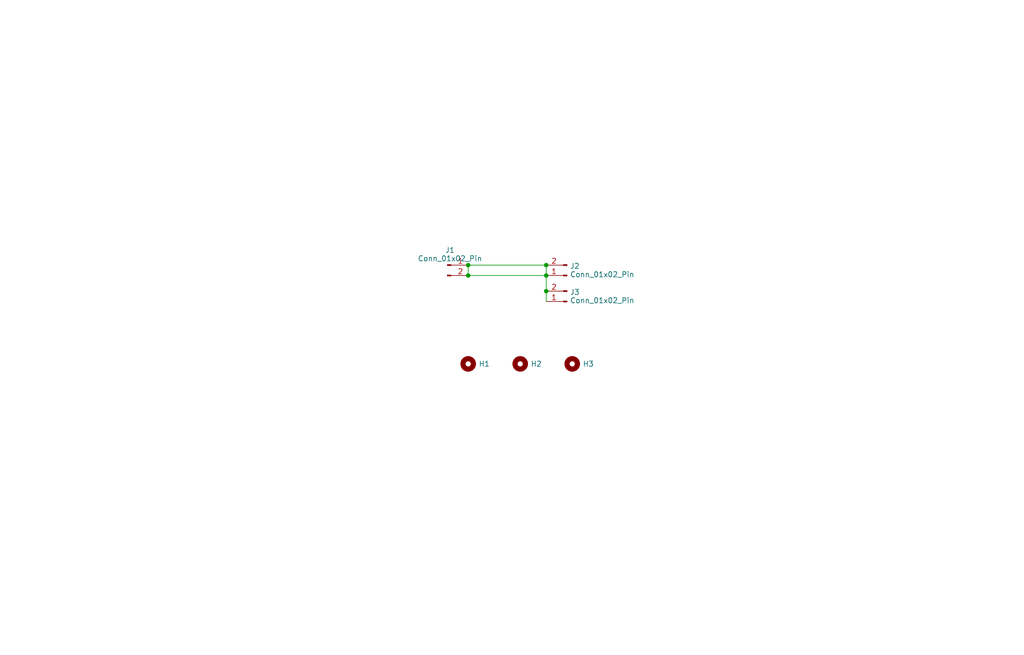
<source format=kicad_sch>
(kicad_sch (version 20230121) (generator eeschema)

  (uuid 24c45a69-1309-4a66-85dc-bd4044729c6d)

  (paper "User" 250.012 159.995)

  (lib_symbols
    (symbol "Connector:Conn_01x02_Pin" (pin_names (offset 1.016) hide) (in_bom yes) (on_board yes)
      (property "Reference" "J" (at 0 2.54 0)
        (effects (font (size 1.27 1.27)))
      )
      (property "Value" "Conn_01x02_Pin" (at 0 -5.08 0)
        (effects (font (size 1.27 1.27)))
      )
      (property "Footprint" "" (at 0 0 0)
        (effects (font (size 1.27 1.27)) hide)
      )
      (property "Datasheet" "~" (at 0 0 0)
        (effects (font (size 1.27 1.27)) hide)
      )
      (property "ki_locked" "" (at 0 0 0)
        (effects (font (size 1.27 1.27)))
      )
      (property "ki_keywords" "connector" (at 0 0 0)
        (effects (font (size 1.27 1.27)) hide)
      )
      (property "ki_description" "Generic connector, single row, 01x02, script generated" (at 0 0 0)
        (effects (font (size 1.27 1.27)) hide)
      )
      (property "ki_fp_filters" "Connector*:*_1x??_*" (at 0 0 0)
        (effects (font (size 1.27 1.27)) hide)
      )
      (symbol "Conn_01x02_Pin_1_1"
        (polyline
          (pts
            (xy 1.27 -2.54)
            (xy 0.8636 -2.54)
          )
          (stroke (width 0.1524) (type default))
          (fill (type none))
        )
        (polyline
          (pts
            (xy 1.27 0)
            (xy 0.8636 0)
          )
          (stroke (width 0.1524) (type default))
          (fill (type none))
        )
        (rectangle (start 0.8636 -2.413) (end 0 -2.667)
          (stroke (width 0.1524) (type default))
          (fill (type outline))
        )
        (rectangle (start 0.8636 0.127) (end 0 -0.127)
          (stroke (width 0.1524) (type default))
          (fill (type outline))
        )
        (pin passive line (at 5.08 0 180) (length 3.81)
          (name "Pin_1" (effects (font (size 1.27 1.27))))
          (number "1" (effects (font (size 1.27 1.27))))
        )
        (pin passive line (at 5.08 -2.54 180) (length 3.81)
          (name "Pin_2" (effects (font (size 1.27 1.27))))
          (number "2" (effects (font (size 1.27 1.27))))
        )
      )
    )
    (symbol "Mechanical:MountingHole" (pin_names (offset 1.016)) (in_bom yes) (on_board yes)
      (property "Reference" "H" (at 0 5.08 0)
        (effects (font (size 1.27 1.27)))
      )
      (property "Value" "MountingHole" (at 0 3.175 0)
        (effects (font (size 1.27 1.27)))
      )
      (property "Footprint" "" (at 0 0 0)
        (effects (font (size 1.27 1.27)) hide)
      )
      (property "Datasheet" "~" (at 0 0 0)
        (effects (font (size 1.27 1.27)) hide)
      )
      (property "ki_keywords" "mounting hole" (at 0 0 0)
        (effects (font (size 1.27 1.27)) hide)
      )
      (property "ki_description" "Mounting Hole without connection" (at 0 0 0)
        (effects (font (size 1.27 1.27)) hide)
      )
      (property "ki_fp_filters" "MountingHole*" (at 0 0 0)
        (effects (font (size 1.27 1.27)) hide)
      )
      (symbol "MountingHole_0_1"
        (circle (center 0 0) (radius 1.27)
          (stroke (width 1.27) (type default))
          (fill (type none))
        )
      )
    )
  )

  (junction (at 114.3 64.77) (diameter 0) (color 0 0 0 0)
    (uuid 2d9d48bb-0313-466b-a915-5c754ba97185)
  )
  (junction (at 114.3 67.31) (diameter 0) (color 0 0 0 0)
    (uuid 6a1fd8d2-28ac-4015-a0cb-41b496c65fe3)
  )
  (junction (at 133.35 71.12) (diameter 0) (color 0 0 0 0)
    (uuid 6c699c13-0637-4171-8a62-6e54cb502a60)
  )
  (junction (at 133.35 64.77) (diameter 0) (color 0 0 0 0)
    (uuid 7a171da4-ec8c-46e1-80e1-fe4e79044105)
  )
  (junction (at 133.35 67.31) (diameter 0) (color 0 0 0 0)
    (uuid b57f0199-df23-4217-9e93-883d76d92a4b)
  )

  (wire (pts (xy 133.35 67.31) (xy 133.35 71.12))
    (stroke (width 0) (type default))
    (uuid 059039dc-8167-4063-95e3-17f623a3cef4)
  )
  (wire (pts (xy 133.35 71.12) (xy 133.35 73.66))
    (stroke (width 0) (type default))
    (uuid 1ae70b61-c65f-4d00-8030-145172dd2bd2)
  )
  (wire (pts (xy 133.35 64.77) (xy 133.35 67.31))
    (stroke (width 0) (type default))
    (uuid 3cd71eab-673b-4731-bf0d-b2862cfc9bc0)
  )
  (wire (pts (xy 114.3 64.77) (xy 114.3 67.31))
    (stroke (width 0) (type default))
    (uuid 40752195-dff5-4cce-8c64-ff0dd66b837d)
  )
  (wire (pts (xy 114.3 64.77) (xy 133.35 64.77))
    (stroke (width 0) (type default))
    (uuid c079cb17-6130-47a2-bbf0-58fee96584b4)
  )
  (wire (pts (xy 114.3 67.31) (xy 133.35 67.31))
    (stroke (width 0) (type default))
    (uuid fa37dfe4-675a-45ab-9f17-9061dc023f96)
  )

  (symbol (lib_id "Mechanical:MountingHole") (at 127 88.9 0) (unit 1)
    (in_bom yes) (on_board yes) (dnp no) (fields_autoplaced)
    (uuid 2397e25b-92b2-4895-b4de-e7ab1288d464)
    (property "Reference" "H2" (at 129.54 88.9 0)
      (effects (font (size 1.27 1.27)) (justify left))
    )
    (property "Value" "MountingHole" (at 129.54 89.924 0)
      (effects (font (size 1.27 1.27)) (justify left) hide)
    )
    (property "Footprint" "MountingHole:MountingHole_2.2mm_M2" (at 127 88.9 0)
      (effects (font (size 1.27 1.27)) hide)
    )
    (property "Datasheet" "~" (at 127 88.9 0)
      (effects (font (size 1.27 1.27)) hide)
    )
    (instances
      (project "Probe"
        (path "/24c45a69-1309-4a66-85dc-bd4044729c6d"
          (reference "H2") (unit 1)
        )
      )
    )
  )

  (symbol (lib_id "Connector:Conn_01x02_Pin") (at 138.43 67.31 180) (unit 1)
    (in_bom yes) (on_board yes) (dnp no) (fields_autoplaced)
    (uuid 4a4e593d-be93-45ef-9675-469bbcba901f)
    (property "Reference" "J2" (at 139.1412 65.016 0)
      (effects (font (size 1.27 1.27)) (justify right))
    )
    (property "Value" "Conn_01x02_Pin" (at 139.1412 67.064 0)
      (effects (font (size 1.27 1.27)) (justify right))
    )
    (property "Footprint" "Connector_PinHeader_2.54mm:PinHeader_1x02_P2.54mm_Vertical" (at 138.43 67.31 0)
      (effects (font (size 1.27 1.27)) hide)
    )
    (property "Datasheet" "~" (at 138.43 67.31 0)
      (effects (font (size 1.27 1.27)) hide)
    )
    (pin "1" (uuid 16799c89-9c86-4cc3-ad8c-edadd04157b8))
    (pin "2" (uuid 6f2074ec-a462-4d16-aca6-3a8a4baa1d98))
    (instances
      (project "Probe"
        (path "/24c45a69-1309-4a66-85dc-bd4044729c6d"
          (reference "J2") (unit 1)
        )
      )
    )
  )

  (symbol (lib_id "Mechanical:MountingHole") (at 114.3 88.9 0) (unit 1)
    (in_bom yes) (on_board yes) (dnp no) (fields_autoplaced)
    (uuid 4fba6352-38ff-4dcd-9402-5f9a2ea60638)
    (property "Reference" "H1" (at 116.84 88.9 0)
      (effects (font (size 1.27 1.27)) (justify left))
    )
    (property "Value" "MountingHole" (at 116.84 89.924 0)
      (effects (font (size 1.27 1.27)) (justify left) hide)
    )
    (property "Footprint" "MountingHole:MountingHole_2.2mm_M2" (at 114.3 88.9 0)
      (effects (font (size 1.27 1.27)) hide)
    )
    (property "Datasheet" "~" (at 114.3 88.9 0)
      (effects (font (size 1.27 1.27)) hide)
    )
    (instances
      (project "Probe"
        (path "/24c45a69-1309-4a66-85dc-bd4044729c6d"
          (reference "H1") (unit 1)
        )
      )
    )
  )

  (symbol (lib_id "Connector:Conn_01x02_Pin") (at 138.43 73.66 180) (unit 1)
    (in_bom yes) (on_board yes) (dnp no) (fields_autoplaced)
    (uuid 867a9365-7dfc-4470-accb-71860b59fd58)
    (property "Reference" "J3" (at 139.1412 71.366 0)
      (effects (font (size 1.27 1.27)) (justify right))
    )
    (property "Value" "Conn_01x02_Pin" (at 139.1412 73.414 0)
      (effects (font (size 1.27 1.27)) (justify right))
    )
    (property "Footprint" "Connector_PinHeader_2.54mm:PinHeader_1x02_P2.54mm_Vertical" (at 138.43 73.66 0)
      (effects (font (size 1.27 1.27)) hide)
    )
    (property "Datasheet" "~" (at 138.43 73.66 0)
      (effects (font (size 1.27 1.27)) hide)
    )
    (pin "1" (uuid 5ab7c455-d355-4c13-b4b6-16f02f3923ae))
    (pin "2" (uuid bcbc2855-bf3b-45d0-95aa-4d6c9cafe90f))
    (instances
      (project "Probe"
        (path "/24c45a69-1309-4a66-85dc-bd4044729c6d"
          (reference "J3") (unit 1)
        )
      )
    )
  )

  (symbol (lib_id "Connector:Conn_01x02_Pin") (at 109.22 64.77 0) (unit 1)
    (in_bom yes) (on_board yes) (dnp no) (fields_autoplaced)
    (uuid a6559308-cc3a-45bd-a283-7e447cfb910f)
    (property "Reference" "J1" (at 109.855 61.1138 0)
      (effects (font (size 1.27 1.27)))
    )
    (property "Value" "Conn_01x02_Pin" (at 109.855 63.1618 0)
      (effects (font (size 1.27 1.27)))
    )
    (property "Footprint" "Connector_PinHeader_2.54mm:PinHeader_1x02_P2.54mm_Horizontal" (at 109.22 64.77 0)
      (effects (font (size 1.27 1.27)) hide)
    )
    (property "Datasheet" "~" (at 109.22 64.77 0)
      (effects (font (size 1.27 1.27)) hide)
    )
    (pin "1" (uuid ecbebd57-f0d5-48b5-a694-9a54a05eb243))
    (pin "2" (uuid c0940b41-a953-45d8-9ade-5031d69050ba))
    (instances
      (project "Probe"
        (path "/24c45a69-1309-4a66-85dc-bd4044729c6d"
          (reference "J1") (unit 1)
        )
      )
    )
  )

  (symbol (lib_id "Mechanical:MountingHole") (at 139.7 88.9 0) (unit 1)
    (in_bom yes) (on_board yes) (dnp no) (fields_autoplaced)
    (uuid f9e0884a-06d4-43d4-a6a9-3f31b78a6988)
    (property "Reference" "H3" (at 142.24 88.9 0)
      (effects (font (size 1.27 1.27)) (justify left))
    )
    (property "Value" "MountingHole" (at 142.24 89.924 0)
      (effects (font (size 1.27 1.27)) (justify left) hide)
    )
    (property "Footprint" "MountingHole:MountingHole_2.2mm_M2" (at 139.7 88.9 0)
      (effects (font (size 1.27 1.27)) hide)
    )
    (property "Datasheet" "~" (at 139.7 88.9 0)
      (effects (font (size 1.27 1.27)) hide)
    )
    (instances
      (project "Probe"
        (path "/24c45a69-1309-4a66-85dc-bd4044729c6d"
          (reference "H3") (unit 1)
        )
      )
    )
  )

  (sheet_instances
    (path "/" (page "1"))
  )
)

</source>
